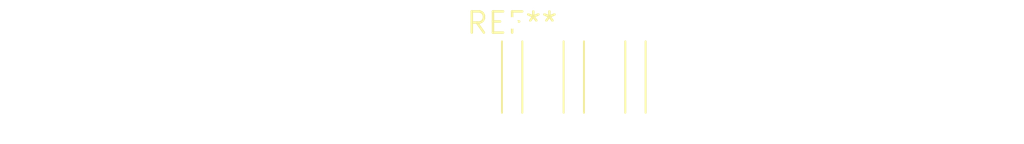
<source format=kicad_pcb>
(kicad_pcb (version 20240108) (generator pcbnew)
  (layers (0 "F.Cu" signal) (31 "B.Cu" signal) (34 "B.Paste" user) (35 "F.Paste" user) (36 "B.SilkS" user "B.Silkscreen") (37 "F.SilkS" user "F.Silkscreen") (38 "B.Mask" user) (39 "F.Mask" user) (44 "Edge.Cuts" user))
  (net 0 "")
  (footprint "SolderWire-0.127sqmm_1x03_P3.7mm_D0.48mm_OD1mm_Relief" (layer "F.Cu") (at 0 0)
    (property "Reference" "REF**")
    (property "Value" "SolderWire-0.127sqmm_1x03_P3.7mm_D0.48mm_OD1mm_Relief")
    (fp_line (start -0.61 1.11) (end -0.61 5.39) (layer "F.SilkS") (stroke (width 0.12)))
    (fp_line (start 0.61 1.11) (end 0.61 5.39) (layer "F.SilkS") (stroke (width 0.12)))
    (fp_line (start 3.09 1.11) (end 3.09 5.39) (layer "F.SilkS") (stroke (width 0.12)))
    (fp_line (start 4.31 1.11) (end 4.31 5.39) (layer "F.SilkS") (stroke (width 0.12)))
    (fp_line (start 6.79 1.11) (end 6.79 5.39) (layer "F.SilkS") (stroke (width 0.12)))
    (fp_line (start 8.01 1.11) (end 8.01 5.39) (layer "F.SilkS") (stroke (width 0.12)))
    (pad "" np_thru_hole circle (at 0 6) (size 1.5 1.5) (drill 1.5) (layers *.Cu *.Mask))
    (pad "" np_thru_hole circle (at 3.7 6) (size 1.5 1.5) (drill 1.5) (layers *.Cu *.Mask))
    (pad "" np_thru_hole circle (at 7.4 6) (size 1.5 1.5) (drill 1.5) (layers *.Cu *.Mask))
    (pad "1" thru_hole roundrect (at 0 0) (size 1.7 1.7) (drill 0.7) (layers *.Cu *.Mask) (remove_unused_layers) (roundrect_rratio 0.147059))
    (pad "2" thru_hole circle (at 3.7 0) (size 1.7 1.7) (drill 0.7) (layers *.Cu *.Mask) (remove_unused_layers))
    (pad "3" thru_hole circle (at 7.4 0) (size 1.7 1.7) (drill 0.7) (layers *.Cu *.Mask) (remove_unused_layers))
  )
)
</source>
